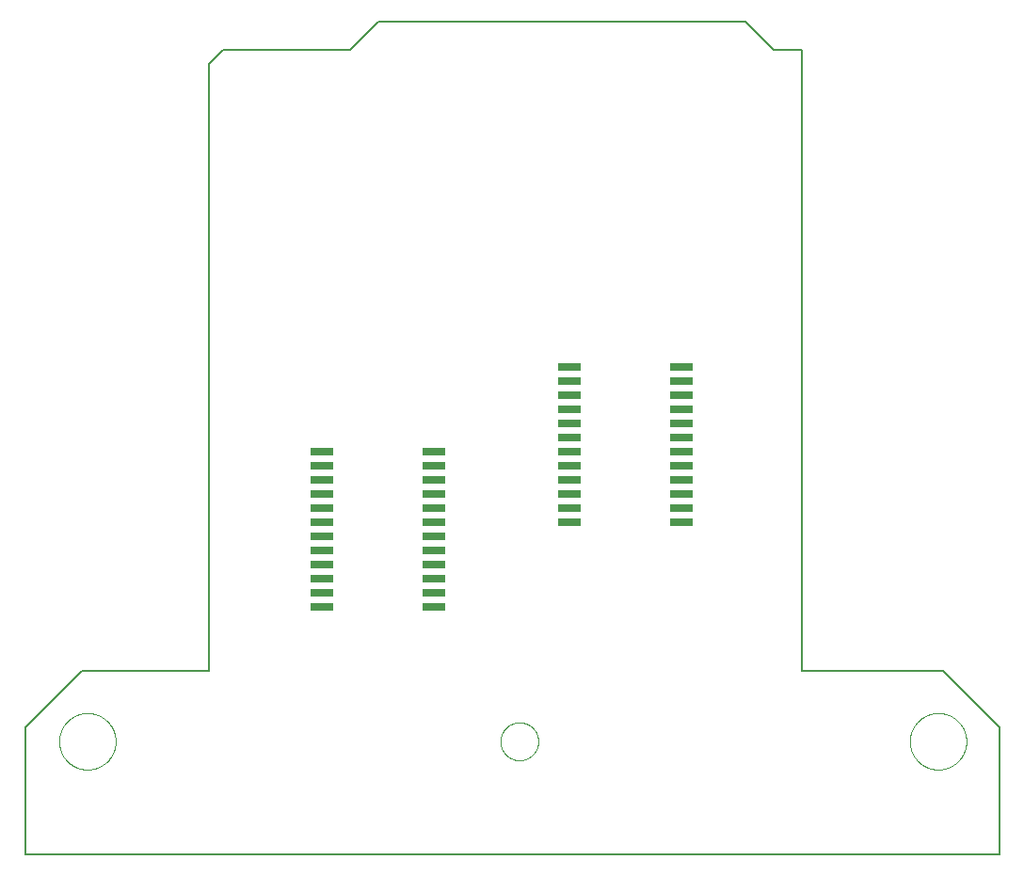
<source format=gtp>
G75*
%MOIN*%
%OFA0B0*%
%FSLAX25Y25*%
%IPPOS*%
%LPD*%
%AMOC8*
5,1,8,0,0,1.08239X$1,22.5*
%
%ADD10C,0.00600*%
%ADD11R,0.08000X0.02600*%
%ADD12C,0.00000*%
D10*
X0017050Y0003750D02*
X0017050Y0048750D01*
X0037050Y0068750D01*
X0082050Y0068750D01*
X0082050Y0283750D01*
X0087050Y0288750D01*
X0132050Y0288750D01*
X0142050Y0298750D01*
X0272050Y0298750D01*
X0282050Y0288750D01*
X0292050Y0288750D01*
X0292050Y0068750D01*
X0342050Y0068750D01*
X0362050Y0048750D01*
X0362050Y0003750D01*
X0017050Y0003750D01*
D11*
X0122250Y0091250D03*
X0122250Y0096250D03*
X0122250Y0101250D03*
X0122250Y0106250D03*
X0122250Y0111250D03*
X0122250Y0116250D03*
X0122250Y0121250D03*
X0122250Y0126250D03*
X0122250Y0131250D03*
X0122250Y0136250D03*
X0122250Y0141250D03*
X0122250Y0146250D03*
X0161850Y0146250D03*
X0161850Y0141250D03*
X0161850Y0136250D03*
X0161850Y0131250D03*
X0161850Y0126250D03*
X0161850Y0121250D03*
X0161850Y0116250D03*
X0161850Y0111250D03*
X0161850Y0106250D03*
X0161850Y0101250D03*
X0161850Y0096250D03*
X0161850Y0091250D03*
X0209750Y0121250D03*
X0209750Y0126250D03*
X0209750Y0131250D03*
X0209750Y0136250D03*
X0209750Y0141250D03*
X0209750Y0146250D03*
X0209750Y0151250D03*
X0209750Y0156250D03*
X0209750Y0161250D03*
X0209750Y0166250D03*
X0209750Y0171250D03*
X0209750Y0176250D03*
X0249350Y0176250D03*
X0249350Y0171250D03*
X0249350Y0166250D03*
X0249350Y0161250D03*
X0249350Y0156250D03*
X0249350Y0151250D03*
X0249350Y0146250D03*
X0249350Y0141250D03*
X0249350Y0136250D03*
X0249350Y0131250D03*
X0249350Y0126250D03*
X0249350Y0121250D03*
D12*
X0185350Y0043750D02*
X0185352Y0043914D01*
X0185358Y0044079D01*
X0185368Y0044243D01*
X0185382Y0044407D01*
X0185400Y0044570D01*
X0185423Y0044733D01*
X0185449Y0044895D01*
X0185479Y0045057D01*
X0185513Y0045218D01*
X0185551Y0045378D01*
X0185593Y0045537D01*
X0185638Y0045695D01*
X0185688Y0045852D01*
X0185742Y0046007D01*
X0185799Y0046161D01*
X0185860Y0046314D01*
X0185925Y0046465D01*
X0185993Y0046615D01*
X0186065Y0046762D01*
X0186141Y0046908D01*
X0186220Y0047052D01*
X0186303Y0047194D01*
X0186389Y0047334D01*
X0186479Y0047472D01*
X0186572Y0047608D01*
X0186669Y0047741D01*
X0186768Y0047872D01*
X0186871Y0048000D01*
X0186977Y0048126D01*
X0187086Y0048249D01*
X0187198Y0048370D01*
X0187312Y0048488D01*
X0187430Y0048602D01*
X0187551Y0048714D01*
X0187674Y0048823D01*
X0187800Y0048929D01*
X0187928Y0049032D01*
X0188059Y0049131D01*
X0188192Y0049228D01*
X0188328Y0049321D01*
X0188466Y0049411D01*
X0188606Y0049497D01*
X0188748Y0049580D01*
X0188892Y0049659D01*
X0189038Y0049735D01*
X0189185Y0049807D01*
X0189335Y0049875D01*
X0189486Y0049940D01*
X0189639Y0050001D01*
X0189793Y0050058D01*
X0189948Y0050112D01*
X0190105Y0050162D01*
X0190263Y0050207D01*
X0190422Y0050249D01*
X0190582Y0050287D01*
X0190743Y0050321D01*
X0190905Y0050351D01*
X0191067Y0050377D01*
X0191230Y0050400D01*
X0191393Y0050418D01*
X0191557Y0050432D01*
X0191721Y0050442D01*
X0191886Y0050448D01*
X0192050Y0050450D01*
X0192214Y0050448D01*
X0192379Y0050442D01*
X0192543Y0050432D01*
X0192707Y0050418D01*
X0192870Y0050400D01*
X0193033Y0050377D01*
X0193195Y0050351D01*
X0193357Y0050321D01*
X0193518Y0050287D01*
X0193678Y0050249D01*
X0193837Y0050207D01*
X0193995Y0050162D01*
X0194152Y0050112D01*
X0194307Y0050058D01*
X0194461Y0050001D01*
X0194614Y0049940D01*
X0194765Y0049875D01*
X0194915Y0049807D01*
X0195062Y0049735D01*
X0195208Y0049659D01*
X0195352Y0049580D01*
X0195494Y0049497D01*
X0195634Y0049411D01*
X0195772Y0049321D01*
X0195908Y0049228D01*
X0196041Y0049131D01*
X0196172Y0049032D01*
X0196300Y0048929D01*
X0196426Y0048823D01*
X0196549Y0048714D01*
X0196670Y0048602D01*
X0196788Y0048488D01*
X0196902Y0048370D01*
X0197014Y0048249D01*
X0197123Y0048126D01*
X0197229Y0048000D01*
X0197332Y0047872D01*
X0197431Y0047741D01*
X0197528Y0047608D01*
X0197621Y0047472D01*
X0197711Y0047334D01*
X0197797Y0047194D01*
X0197880Y0047052D01*
X0197959Y0046908D01*
X0198035Y0046762D01*
X0198107Y0046615D01*
X0198175Y0046465D01*
X0198240Y0046314D01*
X0198301Y0046161D01*
X0198358Y0046007D01*
X0198412Y0045852D01*
X0198462Y0045695D01*
X0198507Y0045537D01*
X0198549Y0045378D01*
X0198587Y0045218D01*
X0198621Y0045057D01*
X0198651Y0044895D01*
X0198677Y0044733D01*
X0198700Y0044570D01*
X0198718Y0044407D01*
X0198732Y0044243D01*
X0198742Y0044079D01*
X0198748Y0043914D01*
X0198750Y0043750D01*
X0198748Y0043586D01*
X0198742Y0043421D01*
X0198732Y0043257D01*
X0198718Y0043093D01*
X0198700Y0042930D01*
X0198677Y0042767D01*
X0198651Y0042605D01*
X0198621Y0042443D01*
X0198587Y0042282D01*
X0198549Y0042122D01*
X0198507Y0041963D01*
X0198462Y0041805D01*
X0198412Y0041648D01*
X0198358Y0041493D01*
X0198301Y0041339D01*
X0198240Y0041186D01*
X0198175Y0041035D01*
X0198107Y0040885D01*
X0198035Y0040738D01*
X0197959Y0040592D01*
X0197880Y0040448D01*
X0197797Y0040306D01*
X0197711Y0040166D01*
X0197621Y0040028D01*
X0197528Y0039892D01*
X0197431Y0039759D01*
X0197332Y0039628D01*
X0197229Y0039500D01*
X0197123Y0039374D01*
X0197014Y0039251D01*
X0196902Y0039130D01*
X0196788Y0039012D01*
X0196670Y0038898D01*
X0196549Y0038786D01*
X0196426Y0038677D01*
X0196300Y0038571D01*
X0196172Y0038468D01*
X0196041Y0038369D01*
X0195908Y0038272D01*
X0195772Y0038179D01*
X0195634Y0038089D01*
X0195494Y0038003D01*
X0195352Y0037920D01*
X0195208Y0037841D01*
X0195062Y0037765D01*
X0194915Y0037693D01*
X0194765Y0037625D01*
X0194614Y0037560D01*
X0194461Y0037499D01*
X0194307Y0037442D01*
X0194152Y0037388D01*
X0193995Y0037338D01*
X0193837Y0037293D01*
X0193678Y0037251D01*
X0193518Y0037213D01*
X0193357Y0037179D01*
X0193195Y0037149D01*
X0193033Y0037123D01*
X0192870Y0037100D01*
X0192707Y0037082D01*
X0192543Y0037068D01*
X0192379Y0037058D01*
X0192214Y0037052D01*
X0192050Y0037050D01*
X0191886Y0037052D01*
X0191721Y0037058D01*
X0191557Y0037068D01*
X0191393Y0037082D01*
X0191230Y0037100D01*
X0191067Y0037123D01*
X0190905Y0037149D01*
X0190743Y0037179D01*
X0190582Y0037213D01*
X0190422Y0037251D01*
X0190263Y0037293D01*
X0190105Y0037338D01*
X0189948Y0037388D01*
X0189793Y0037442D01*
X0189639Y0037499D01*
X0189486Y0037560D01*
X0189335Y0037625D01*
X0189185Y0037693D01*
X0189038Y0037765D01*
X0188892Y0037841D01*
X0188748Y0037920D01*
X0188606Y0038003D01*
X0188466Y0038089D01*
X0188328Y0038179D01*
X0188192Y0038272D01*
X0188059Y0038369D01*
X0187928Y0038468D01*
X0187800Y0038571D01*
X0187674Y0038677D01*
X0187551Y0038786D01*
X0187430Y0038898D01*
X0187312Y0039012D01*
X0187198Y0039130D01*
X0187086Y0039251D01*
X0186977Y0039374D01*
X0186871Y0039500D01*
X0186768Y0039628D01*
X0186669Y0039759D01*
X0186572Y0039892D01*
X0186479Y0040028D01*
X0186389Y0040166D01*
X0186303Y0040306D01*
X0186220Y0040448D01*
X0186141Y0040592D01*
X0186065Y0040738D01*
X0185993Y0040885D01*
X0185925Y0041035D01*
X0185860Y0041186D01*
X0185799Y0041339D01*
X0185742Y0041493D01*
X0185688Y0041648D01*
X0185638Y0041805D01*
X0185593Y0041963D01*
X0185551Y0042122D01*
X0185513Y0042282D01*
X0185479Y0042443D01*
X0185449Y0042605D01*
X0185423Y0042767D01*
X0185400Y0042930D01*
X0185382Y0043093D01*
X0185368Y0043257D01*
X0185358Y0043421D01*
X0185352Y0043586D01*
X0185350Y0043750D01*
X0029050Y0043750D02*
X0029053Y0043995D01*
X0029062Y0044241D01*
X0029077Y0044486D01*
X0029098Y0044730D01*
X0029125Y0044974D01*
X0029158Y0045217D01*
X0029197Y0045460D01*
X0029242Y0045701D01*
X0029293Y0045941D01*
X0029350Y0046180D01*
X0029412Y0046417D01*
X0029481Y0046653D01*
X0029555Y0046887D01*
X0029635Y0047119D01*
X0029720Y0047349D01*
X0029811Y0047577D01*
X0029908Y0047802D01*
X0030010Y0048026D01*
X0030118Y0048246D01*
X0030231Y0048464D01*
X0030349Y0048679D01*
X0030473Y0048891D01*
X0030601Y0049100D01*
X0030735Y0049306D01*
X0030874Y0049508D01*
X0031018Y0049707D01*
X0031167Y0049902D01*
X0031320Y0050094D01*
X0031478Y0050282D01*
X0031640Y0050466D01*
X0031808Y0050645D01*
X0031979Y0050821D01*
X0032155Y0050992D01*
X0032334Y0051160D01*
X0032518Y0051322D01*
X0032706Y0051480D01*
X0032898Y0051633D01*
X0033093Y0051782D01*
X0033292Y0051926D01*
X0033494Y0052065D01*
X0033700Y0052199D01*
X0033909Y0052327D01*
X0034121Y0052451D01*
X0034336Y0052569D01*
X0034554Y0052682D01*
X0034774Y0052790D01*
X0034998Y0052892D01*
X0035223Y0052989D01*
X0035451Y0053080D01*
X0035681Y0053165D01*
X0035913Y0053245D01*
X0036147Y0053319D01*
X0036383Y0053388D01*
X0036620Y0053450D01*
X0036859Y0053507D01*
X0037099Y0053558D01*
X0037340Y0053603D01*
X0037583Y0053642D01*
X0037826Y0053675D01*
X0038070Y0053702D01*
X0038314Y0053723D01*
X0038559Y0053738D01*
X0038805Y0053747D01*
X0039050Y0053750D01*
X0039295Y0053747D01*
X0039541Y0053738D01*
X0039786Y0053723D01*
X0040030Y0053702D01*
X0040274Y0053675D01*
X0040517Y0053642D01*
X0040760Y0053603D01*
X0041001Y0053558D01*
X0041241Y0053507D01*
X0041480Y0053450D01*
X0041717Y0053388D01*
X0041953Y0053319D01*
X0042187Y0053245D01*
X0042419Y0053165D01*
X0042649Y0053080D01*
X0042877Y0052989D01*
X0043102Y0052892D01*
X0043326Y0052790D01*
X0043546Y0052682D01*
X0043764Y0052569D01*
X0043979Y0052451D01*
X0044191Y0052327D01*
X0044400Y0052199D01*
X0044606Y0052065D01*
X0044808Y0051926D01*
X0045007Y0051782D01*
X0045202Y0051633D01*
X0045394Y0051480D01*
X0045582Y0051322D01*
X0045766Y0051160D01*
X0045945Y0050992D01*
X0046121Y0050821D01*
X0046292Y0050645D01*
X0046460Y0050466D01*
X0046622Y0050282D01*
X0046780Y0050094D01*
X0046933Y0049902D01*
X0047082Y0049707D01*
X0047226Y0049508D01*
X0047365Y0049306D01*
X0047499Y0049100D01*
X0047627Y0048891D01*
X0047751Y0048679D01*
X0047869Y0048464D01*
X0047982Y0048246D01*
X0048090Y0048026D01*
X0048192Y0047802D01*
X0048289Y0047577D01*
X0048380Y0047349D01*
X0048465Y0047119D01*
X0048545Y0046887D01*
X0048619Y0046653D01*
X0048688Y0046417D01*
X0048750Y0046180D01*
X0048807Y0045941D01*
X0048858Y0045701D01*
X0048903Y0045460D01*
X0048942Y0045217D01*
X0048975Y0044974D01*
X0049002Y0044730D01*
X0049023Y0044486D01*
X0049038Y0044241D01*
X0049047Y0043995D01*
X0049050Y0043750D01*
X0049047Y0043505D01*
X0049038Y0043259D01*
X0049023Y0043014D01*
X0049002Y0042770D01*
X0048975Y0042526D01*
X0048942Y0042283D01*
X0048903Y0042040D01*
X0048858Y0041799D01*
X0048807Y0041559D01*
X0048750Y0041320D01*
X0048688Y0041083D01*
X0048619Y0040847D01*
X0048545Y0040613D01*
X0048465Y0040381D01*
X0048380Y0040151D01*
X0048289Y0039923D01*
X0048192Y0039698D01*
X0048090Y0039474D01*
X0047982Y0039254D01*
X0047869Y0039036D01*
X0047751Y0038821D01*
X0047627Y0038609D01*
X0047499Y0038400D01*
X0047365Y0038194D01*
X0047226Y0037992D01*
X0047082Y0037793D01*
X0046933Y0037598D01*
X0046780Y0037406D01*
X0046622Y0037218D01*
X0046460Y0037034D01*
X0046292Y0036855D01*
X0046121Y0036679D01*
X0045945Y0036508D01*
X0045766Y0036340D01*
X0045582Y0036178D01*
X0045394Y0036020D01*
X0045202Y0035867D01*
X0045007Y0035718D01*
X0044808Y0035574D01*
X0044606Y0035435D01*
X0044400Y0035301D01*
X0044191Y0035173D01*
X0043979Y0035049D01*
X0043764Y0034931D01*
X0043546Y0034818D01*
X0043326Y0034710D01*
X0043102Y0034608D01*
X0042877Y0034511D01*
X0042649Y0034420D01*
X0042419Y0034335D01*
X0042187Y0034255D01*
X0041953Y0034181D01*
X0041717Y0034112D01*
X0041480Y0034050D01*
X0041241Y0033993D01*
X0041001Y0033942D01*
X0040760Y0033897D01*
X0040517Y0033858D01*
X0040274Y0033825D01*
X0040030Y0033798D01*
X0039786Y0033777D01*
X0039541Y0033762D01*
X0039295Y0033753D01*
X0039050Y0033750D01*
X0038805Y0033753D01*
X0038559Y0033762D01*
X0038314Y0033777D01*
X0038070Y0033798D01*
X0037826Y0033825D01*
X0037583Y0033858D01*
X0037340Y0033897D01*
X0037099Y0033942D01*
X0036859Y0033993D01*
X0036620Y0034050D01*
X0036383Y0034112D01*
X0036147Y0034181D01*
X0035913Y0034255D01*
X0035681Y0034335D01*
X0035451Y0034420D01*
X0035223Y0034511D01*
X0034998Y0034608D01*
X0034774Y0034710D01*
X0034554Y0034818D01*
X0034336Y0034931D01*
X0034121Y0035049D01*
X0033909Y0035173D01*
X0033700Y0035301D01*
X0033494Y0035435D01*
X0033292Y0035574D01*
X0033093Y0035718D01*
X0032898Y0035867D01*
X0032706Y0036020D01*
X0032518Y0036178D01*
X0032334Y0036340D01*
X0032155Y0036508D01*
X0031979Y0036679D01*
X0031808Y0036855D01*
X0031640Y0037034D01*
X0031478Y0037218D01*
X0031320Y0037406D01*
X0031167Y0037598D01*
X0031018Y0037793D01*
X0030874Y0037992D01*
X0030735Y0038194D01*
X0030601Y0038400D01*
X0030473Y0038609D01*
X0030349Y0038821D01*
X0030231Y0039036D01*
X0030118Y0039254D01*
X0030010Y0039474D01*
X0029908Y0039698D01*
X0029811Y0039923D01*
X0029720Y0040151D01*
X0029635Y0040381D01*
X0029555Y0040613D01*
X0029481Y0040847D01*
X0029412Y0041083D01*
X0029350Y0041320D01*
X0029293Y0041559D01*
X0029242Y0041799D01*
X0029197Y0042040D01*
X0029158Y0042283D01*
X0029125Y0042526D01*
X0029098Y0042770D01*
X0029077Y0043014D01*
X0029062Y0043259D01*
X0029053Y0043505D01*
X0029050Y0043750D01*
X0330350Y0043750D02*
X0330353Y0043995D01*
X0330362Y0044241D01*
X0330377Y0044486D01*
X0330398Y0044730D01*
X0330425Y0044974D01*
X0330458Y0045217D01*
X0330497Y0045460D01*
X0330542Y0045701D01*
X0330593Y0045941D01*
X0330650Y0046180D01*
X0330712Y0046417D01*
X0330781Y0046653D01*
X0330855Y0046887D01*
X0330935Y0047119D01*
X0331020Y0047349D01*
X0331111Y0047577D01*
X0331208Y0047802D01*
X0331310Y0048026D01*
X0331418Y0048246D01*
X0331531Y0048464D01*
X0331649Y0048679D01*
X0331773Y0048891D01*
X0331901Y0049100D01*
X0332035Y0049306D01*
X0332174Y0049508D01*
X0332318Y0049707D01*
X0332467Y0049902D01*
X0332620Y0050094D01*
X0332778Y0050282D01*
X0332940Y0050466D01*
X0333108Y0050645D01*
X0333279Y0050821D01*
X0333455Y0050992D01*
X0333634Y0051160D01*
X0333818Y0051322D01*
X0334006Y0051480D01*
X0334198Y0051633D01*
X0334393Y0051782D01*
X0334592Y0051926D01*
X0334794Y0052065D01*
X0335000Y0052199D01*
X0335209Y0052327D01*
X0335421Y0052451D01*
X0335636Y0052569D01*
X0335854Y0052682D01*
X0336074Y0052790D01*
X0336298Y0052892D01*
X0336523Y0052989D01*
X0336751Y0053080D01*
X0336981Y0053165D01*
X0337213Y0053245D01*
X0337447Y0053319D01*
X0337683Y0053388D01*
X0337920Y0053450D01*
X0338159Y0053507D01*
X0338399Y0053558D01*
X0338640Y0053603D01*
X0338883Y0053642D01*
X0339126Y0053675D01*
X0339370Y0053702D01*
X0339614Y0053723D01*
X0339859Y0053738D01*
X0340105Y0053747D01*
X0340350Y0053750D01*
X0340595Y0053747D01*
X0340841Y0053738D01*
X0341086Y0053723D01*
X0341330Y0053702D01*
X0341574Y0053675D01*
X0341817Y0053642D01*
X0342060Y0053603D01*
X0342301Y0053558D01*
X0342541Y0053507D01*
X0342780Y0053450D01*
X0343017Y0053388D01*
X0343253Y0053319D01*
X0343487Y0053245D01*
X0343719Y0053165D01*
X0343949Y0053080D01*
X0344177Y0052989D01*
X0344402Y0052892D01*
X0344626Y0052790D01*
X0344846Y0052682D01*
X0345064Y0052569D01*
X0345279Y0052451D01*
X0345491Y0052327D01*
X0345700Y0052199D01*
X0345906Y0052065D01*
X0346108Y0051926D01*
X0346307Y0051782D01*
X0346502Y0051633D01*
X0346694Y0051480D01*
X0346882Y0051322D01*
X0347066Y0051160D01*
X0347245Y0050992D01*
X0347421Y0050821D01*
X0347592Y0050645D01*
X0347760Y0050466D01*
X0347922Y0050282D01*
X0348080Y0050094D01*
X0348233Y0049902D01*
X0348382Y0049707D01*
X0348526Y0049508D01*
X0348665Y0049306D01*
X0348799Y0049100D01*
X0348927Y0048891D01*
X0349051Y0048679D01*
X0349169Y0048464D01*
X0349282Y0048246D01*
X0349390Y0048026D01*
X0349492Y0047802D01*
X0349589Y0047577D01*
X0349680Y0047349D01*
X0349765Y0047119D01*
X0349845Y0046887D01*
X0349919Y0046653D01*
X0349988Y0046417D01*
X0350050Y0046180D01*
X0350107Y0045941D01*
X0350158Y0045701D01*
X0350203Y0045460D01*
X0350242Y0045217D01*
X0350275Y0044974D01*
X0350302Y0044730D01*
X0350323Y0044486D01*
X0350338Y0044241D01*
X0350347Y0043995D01*
X0350350Y0043750D01*
X0350347Y0043505D01*
X0350338Y0043259D01*
X0350323Y0043014D01*
X0350302Y0042770D01*
X0350275Y0042526D01*
X0350242Y0042283D01*
X0350203Y0042040D01*
X0350158Y0041799D01*
X0350107Y0041559D01*
X0350050Y0041320D01*
X0349988Y0041083D01*
X0349919Y0040847D01*
X0349845Y0040613D01*
X0349765Y0040381D01*
X0349680Y0040151D01*
X0349589Y0039923D01*
X0349492Y0039698D01*
X0349390Y0039474D01*
X0349282Y0039254D01*
X0349169Y0039036D01*
X0349051Y0038821D01*
X0348927Y0038609D01*
X0348799Y0038400D01*
X0348665Y0038194D01*
X0348526Y0037992D01*
X0348382Y0037793D01*
X0348233Y0037598D01*
X0348080Y0037406D01*
X0347922Y0037218D01*
X0347760Y0037034D01*
X0347592Y0036855D01*
X0347421Y0036679D01*
X0347245Y0036508D01*
X0347066Y0036340D01*
X0346882Y0036178D01*
X0346694Y0036020D01*
X0346502Y0035867D01*
X0346307Y0035718D01*
X0346108Y0035574D01*
X0345906Y0035435D01*
X0345700Y0035301D01*
X0345491Y0035173D01*
X0345279Y0035049D01*
X0345064Y0034931D01*
X0344846Y0034818D01*
X0344626Y0034710D01*
X0344402Y0034608D01*
X0344177Y0034511D01*
X0343949Y0034420D01*
X0343719Y0034335D01*
X0343487Y0034255D01*
X0343253Y0034181D01*
X0343017Y0034112D01*
X0342780Y0034050D01*
X0342541Y0033993D01*
X0342301Y0033942D01*
X0342060Y0033897D01*
X0341817Y0033858D01*
X0341574Y0033825D01*
X0341330Y0033798D01*
X0341086Y0033777D01*
X0340841Y0033762D01*
X0340595Y0033753D01*
X0340350Y0033750D01*
X0340105Y0033753D01*
X0339859Y0033762D01*
X0339614Y0033777D01*
X0339370Y0033798D01*
X0339126Y0033825D01*
X0338883Y0033858D01*
X0338640Y0033897D01*
X0338399Y0033942D01*
X0338159Y0033993D01*
X0337920Y0034050D01*
X0337683Y0034112D01*
X0337447Y0034181D01*
X0337213Y0034255D01*
X0336981Y0034335D01*
X0336751Y0034420D01*
X0336523Y0034511D01*
X0336298Y0034608D01*
X0336074Y0034710D01*
X0335854Y0034818D01*
X0335636Y0034931D01*
X0335421Y0035049D01*
X0335209Y0035173D01*
X0335000Y0035301D01*
X0334794Y0035435D01*
X0334592Y0035574D01*
X0334393Y0035718D01*
X0334198Y0035867D01*
X0334006Y0036020D01*
X0333818Y0036178D01*
X0333634Y0036340D01*
X0333455Y0036508D01*
X0333279Y0036679D01*
X0333108Y0036855D01*
X0332940Y0037034D01*
X0332778Y0037218D01*
X0332620Y0037406D01*
X0332467Y0037598D01*
X0332318Y0037793D01*
X0332174Y0037992D01*
X0332035Y0038194D01*
X0331901Y0038400D01*
X0331773Y0038609D01*
X0331649Y0038821D01*
X0331531Y0039036D01*
X0331418Y0039254D01*
X0331310Y0039474D01*
X0331208Y0039698D01*
X0331111Y0039923D01*
X0331020Y0040151D01*
X0330935Y0040381D01*
X0330855Y0040613D01*
X0330781Y0040847D01*
X0330712Y0041083D01*
X0330650Y0041320D01*
X0330593Y0041559D01*
X0330542Y0041799D01*
X0330497Y0042040D01*
X0330458Y0042283D01*
X0330425Y0042526D01*
X0330398Y0042770D01*
X0330377Y0043014D01*
X0330362Y0043259D01*
X0330353Y0043505D01*
X0330350Y0043750D01*
M02*

</source>
